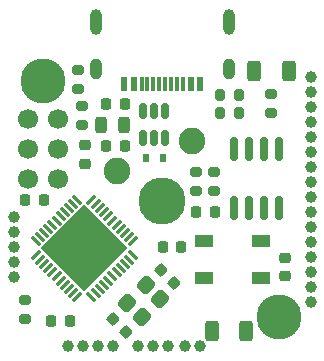
<source format=gbr>
%TF.GenerationSoftware,KiCad,Pcbnew,(5.99.0-11145-g173c9a974c)*%
%TF.CreationDate,2021-06-27T16:32:02+02:00*%
%TF.ProjectId,micro,6d696372-6f2e-46b6-9963-61645f706362,rev1.0*%
%TF.SameCoordinates,Original*%
%TF.FileFunction,Soldermask,Bot*%
%TF.FilePolarity,Negative*%
%FSLAX46Y46*%
G04 Gerber Fmt 4.6, Leading zero omitted, Abs format (unit mm)*
G04 Created by KiCad (PCBNEW (5.99.0-11145-g173c9a974c)) date 2021-06-27 16:32:02*
%MOMM*%
%LPD*%
G01*
G04 APERTURE LIST*
G04 Aperture macros list*
%AMRoundRect*
0 Rectangle with rounded corners*
0 $1 Rounding radius*
0 $2 $3 $4 $5 $6 $7 $8 $9 X,Y pos of 4 corners*
0 Add a 4 corners polygon primitive as box body*
4,1,4,$2,$3,$4,$5,$6,$7,$8,$9,$2,$3,0*
0 Add four circle primitives for the rounded corners*
1,1,$1+$1,$2,$3*
1,1,$1+$1,$4,$5*
1,1,$1+$1,$6,$7*
1,1,$1+$1,$8,$9*
0 Add four rect primitives between the rounded corners*
20,1,$1+$1,$2,$3,$4,$5,0*
20,1,$1+$1,$4,$5,$6,$7,0*
20,1,$1+$1,$6,$7,$8,$9,0*
20,1,$1+$1,$8,$9,$2,$3,0*%
%AMRotRect*
0 Rectangle, with rotation*
0 The origin of the aperture is its center*
0 $1 length*
0 $2 width*
0 $3 Rotation angle, in degrees counterclockwise*
0 Add horizontal line*
21,1,$1,$2,0,0,$3*%
G04 Aperture macros list end*
%ADD10C,3.987800*%
%ADD11C,2.250000*%
%ADD12RoundRect,0.250000X0.312500X0.625000X-0.312500X0.625000X-0.312500X-0.625000X0.312500X-0.625000X0*%
%ADD13C,1.000000*%
%ADD14C,3.800000*%
%ADD15C,2.600000*%
%ADD16R,1.500000X1.000000*%
%ADD17RoundRect,0.200000X-0.275000X0.200000X-0.275000X-0.200000X0.275000X-0.200000X0.275000X0.200000X0*%
%ADD18RoundRect,0.225000X-0.225000X-0.250000X0.225000X-0.250000X0.225000X0.250000X-0.225000X0.250000X0*%
%ADD19RoundRect,0.200000X0.275000X-0.200000X0.275000X0.200000X-0.275000X0.200000X-0.275000X-0.200000X0*%
%ADD20RoundRect,0.225000X0.335876X0.017678X0.017678X0.335876X-0.335876X-0.017678X-0.017678X-0.335876X0*%
%ADD21RoundRect,0.225000X0.225000X0.250000X-0.225000X0.250000X-0.225000X-0.250000X0.225000X-0.250000X0*%
%ADD22RoundRect,0.225000X0.250000X-0.225000X0.250000X0.225000X-0.250000X0.225000X-0.250000X-0.225000X0*%
%ADD23R,0.600000X0.700000*%
%ADD24RoundRect,0.170000X0.330000X-0.255000X0.330000X0.255000X-0.330000X0.255000X-0.330000X-0.255000X0*%
%ADD25RoundRect,0.300000X-0.070711X-0.494975X0.494975X0.070711X0.070711X0.494975X-0.494975X-0.070711X0*%
%ADD26RoundRect,0.200000X0.200000X0.275000X-0.200000X0.275000X-0.200000X-0.275000X0.200000X-0.275000X0*%
%ADD27C,1.700000*%
%ADD28RoundRect,0.200000X-0.200000X-0.275000X0.200000X-0.275000X0.200000X0.275000X-0.200000X0.275000X0*%
%ADD29RoundRect,0.062500X0.291682X0.380070X-0.380070X-0.291682X-0.291682X-0.380070X0.380070X0.291682X0*%
%ADD30RoundRect,0.062500X-0.291682X0.380070X-0.380070X0.291682X0.291682X-0.380070X0.380070X-0.291682X0*%
%ADD31RotRect,5.200000X5.200000X225.000000*%
%ADD32RoundRect,0.243750X0.243750X0.456250X-0.243750X0.456250X-0.243750X-0.456250X0.243750X-0.456250X0*%
%ADD33RoundRect,0.225000X-0.335876X-0.017678X-0.017678X-0.335876X0.335876X0.017678X0.017678X0.335876X0*%
%ADD34RoundRect,0.250000X-0.312500X-0.625000X0.312500X-0.625000X0.312500X0.625000X-0.312500X0.625000X0*%
%ADD35RoundRect,0.150000X-0.150000X0.512500X-0.150000X-0.512500X0.150000X-0.512500X0.150000X0.512500X0*%
%ADD36RoundRect,0.150000X-0.150000X0.825000X-0.150000X-0.825000X0.150000X-0.825000X0.150000X0.825000X0*%
%ADD37RoundRect,0.225000X-0.250000X0.225000X-0.250000X-0.225000X0.250000X-0.225000X0.250000X0.225000X0*%
%ADD38R,0.600000X1.150000*%
%ADD39R,0.300000X1.150000*%
%ADD40O,1.000000X2.200000*%
%ADD41O,1.000000X1.800000*%
G04 APERTURE END LIST*
D10*
%TO.C,MX1*%
X151240000Y-99310000D03*
D11*
X147430000Y-96770000D03*
X153780000Y-94230000D03*
%TD*%
D12*
%TO.C,R9*%
X155477500Y-110370000D03*
X158402500Y-110370000D03*
%TD*%
D13*
%TO.C,J7*%
X163872579Y-88894000D03*
X163872579Y-90164000D03*
X163872579Y-91434000D03*
X163872579Y-92704000D03*
X163872579Y-93974000D03*
X163872579Y-95244000D03*
X163872579Y-96514000D03*
X163872579Y-97784000D03*
X163872579Y-99054000D03*
X163872579Y-100324000D03*
X163872579Y-101594000D03*
X163872579Y-102864000D03*
X163872579Y-104134000D03*
X163872579Y-105404000D03*
X163872579Y-106674000D03*
X163872579Y-107944000D03*
%TD*%
%TO.C,J3*%
X154455000Y-111660000D03*
X153185000Y-111660000D03*
%TD*%
%TO.C,J4*%
X149230000Y-111660000D03*
X150500000Y-111660000D03*
X151770000Y-111660000D03*
%TD*%
%TO.C,J5*%
X147090000Y-111670000D03*
X145820000Y-111670000D03*
X144550000Y-111670000D03*
X143280000Y-111670000D03*
%TD*%
%TO.C,J6*%
X138710000Y-105810000D03*
X138710000Y-104540000D03*
X138710000Y-103270000D03*
X138710000Y-102000000D03*
X138710000Y-100730000D03*
%TD*%
D14*
%TO.C,H2*%
X161212579Y-109159000D03*
D15*
X161212579Y-109159000D03*
%TD*%
%TO.C,H1*%
X141212579Y-89159000D03*
D14*
X141212579Y-89159000D03*
%TD*%
D16*
%TO.C,D2*%
X159686579Y-102709000D03*
X159686579Y-105909000D03*
X154786579Y-105909000D03*
X154786579Y-102709000D03*
%TD*%
D17*
%TO.C,R6*%
X144192579Y-88244000D03*
X144192579Y-89894000D03*
%TD*%
%TO.C,R5*%
X139712579Y-107724000D03*
X139712579Y-109374000D03*
%TD*%
D18*
%TO.C,C4*%
X151365000Y-103220000D03*
X152915000Y-103220000D03*
%TD*%
%TO.C,C9*%
X154175579Y-100245000D03*
X155725579Y-100245000D03*
%TD*%
D19*
%TO.C,R8*%
X160538579Y-91926000D03*
X160538579Y-90276000D03*
%TD*%
D20*
%TO.C,C8*%
X148248008Y-110438008D03*
X147151992Y-109341992D03*
%TD*%
D21*
%TO.C,C1*%
X148105579Y-91101000D03*
X146555579Y-91101000D03*
%TD*%
D22*
%TO.C,C6*%
X144790579Y-96194000D03*
X144790579Y-94644000D03*
%TD*%
D17*
%TO.C,R4*%
X155712579Y-96880000D03*
X155712579Y-98530000D03*
%TD*%
D23*
%TO.C,D1*%
X149932579Y-95673000D03*
X151332579Y-95673000D03*
%TD*%
D24*
%TO.C,FB1*%
X144536579Y-92917000D03*
X144536579Y-91317000D03*
%TD*%
D25*
%TO.C,Y1*%
X148339129Y-108001769D03*
X149894764Y-106446134D03*
X151096845Y-107648215D03*
X149541210Y-109203850D03*
%TD*%
D26*
%TO.C,R1*%
X157807579Y-91863000D03*
X156157579Y-91863000D03*
%TD*%
D27*
%TO.C,J2*%
X142504579Y-92371000D03*
X139964579Y-92371000D03*
X142504579Y-94911000D03*
X139964579Y-94911000D03*
X142504579Y-97451000D03*
X139964579Y-97451000D03*
%TD*%
D18*
%TO.C,C2*%
X139697579Y-99229000D03*
X141247579Y-99229000D03*
%TD*%
D28*
%TO.C,R2*%
X156157579Y-90339000D03*
X157807579Y-90339000D03*
%TD*%
D18*
%TO.C,C5*%
X146555579Y-94657000D03*
X148105579Y-94657000D03*
%TD*%
D29*
%TO.C,U2*%
X145299039Y-99241555D03*
X145652592Y-99595109D03*
X146006146Y-99948662D03*
X146359699Y-100302215D03*
X146713252Y-100655769D03*
X147066806Y-101009322D03*
X147420359Y-101362876D03*
X147773913Y-101716429D03*
X148127466Y-102069982D03*
X148481019Y-102423536D03*
X148834573Y-102777089D03*
D30*
X148834573Y-103961493D03*
X148481019Y-104315046D03*
X148127466Y-104668600D03*
X147773913Y-105022153D03*
X147420359Y-105375706D03*
X147066806Y-105729260D03*
X146713252Y-106082813D03*
X146359699Y-106436367D03*
X146006146Y-106789920D03*
X145652592Y-107143473D03*
X145299039Y-107497027D03*
D29*
X144114635Y-107497027D03*
X143761082Y-107143473D03*
X143407528Y-106789920D03*
X143053975Y-106436367D03*
X142700422Y-106082813D03*
X142346868Y-105729260D03*
X141993315Y-105375706D03*
X141639761Y-105022153D03*
X141286208Y-104668600D03*
X140932655Y-104315046D03*
X140579101Y-103961493D03*
D30*
X140579101Y-102777089D03*
X140932655Y-102423536D03*
X141286208Y-102069982D03*
X141639761Y-101716429D03*
X141993315Y-101362876D03*
X142346868Y-101009322D03*
X142700422Y-100655769D03*
X143053975Y-100302215D03*
X143407528Y-99948662D03*
X143761082Y-99595109D03*
X144114635Y-99241555D03*
D31*
X144706837Y-103369291D03*
%TD*%
D32*
%TO.C,F1*%
X148014079Y-92879000D03*
X146139079Y-92879000D03*
%TD*%
D21*
%TO.C,C3*%
X143447579Y-109499000D03*
X141897579Y-109499000D03*
%TD*%
D17*
%TO.C,R3*%
X154188579Y-96880000D03*
X154188579Y-98530000D03*
%TD*%
D33*
%TO.C,C7*%
X151201979Y-105204976D03*
X152297995Y-106300992D03*
%TD*%
D34*
%TO.C,R7*%
X159076079Y-88307000D03*
X162001079Y-88307000D03*
%TD*%
D35*
%TO.C,U1*%
X149632579Y-91731500D03*
X150582579Y-91731500D03*
X151532579Y-91731500D03*
X151532579Y-94006500D03*
X150582579Y-94006500D03*
X149632579Y-94006500D03*
%TD*%
D36*
%TO.C,Q1*%
X157363579Y-94976000D03*
X158633579Y-94976000D03*
X159903579Y-94976000D03*
X161173579Y-94976000D03*
X161173579Y-99926000D03*
X159903579Y-99926000D03*
X158633579Y-99926000D03*
X157363579Y-99926000D03*
%TD*%
D37*
%TO.C,C10*%
X161652579Y-104154000D03*
X161652579Y-105704000D03*
%TD*%
D38*
%TO.C,J1*%
X148092579Y-89456500D03*
X148892579Y-89456500D03*
D39*
X150042579Y-89456500D03*
X151042579Y-89456500D03*
X151542579Y-89456500D03*
X152542579Y-89456500D03*
D38*
X153692579Y-89456500D03*
X154492579Y-89456500D03*
X154492579Y-89456500D03*
X153692579Y-89456500D03*
D39*
X153042579Y-89456500D03*
X152042579Y-89456500D03*
X150542579Y-89456500D03*
X149542579Y-89456500D03*
D38*
X148892579Y-89456500D03*
X148092579Y-89456500D03*
D40*
X156912579Y-84156500D03*
D41*
X156912579Y-88156500D03*
D40*
X145672579Y-84156500D03*
D41*
X145672579Y-88156500D03*
%TD*%
M02*

</source>
